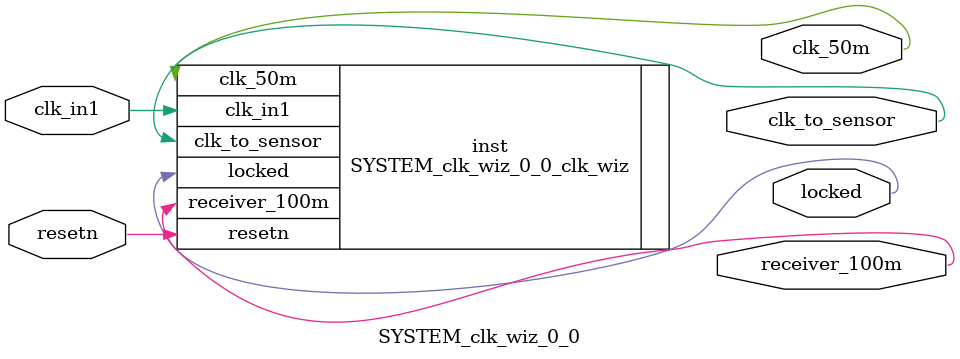
<source format=v>


`timescale 1ps/1ps

(* CORE_GENERATION_INFO = "SYSTEM_clk_wiz_0_0,clk_wiz_v5_4_3_0,{component_name=SYSTEM_clk_wiz_0_0,use_phase_alignment=true,use_min_o_jitter=false,use_max_i_jitter=false,use_dyn_phase_shift=false,use_inclk_switchover=false,use_dyn_reconfig=false,enable_axi=0,feedback_source=FDBK_AUTO,PRIMITIVE=PLL,num_out_clk=3,clkin1_period=10.000,clkin2_period=10.000,use_power_down=false,use_reset=true,use_locked=true,use_inclk_stopped=false,feedback_type=SINGLE,CLOCK_MGR_TYPE=NA,manual_override=false}" *)

module SYSTEM_clk_wiz_0_0 
 (
  // Clock out ports
  output        receiver_100m,
  output        clk_50m,
  output        clk_to_sensor,
  // Status and control signals
  input         resetn,
  output        locked,
 // Clock in ports
  input         clk_in1
 );

  SYSTEM_clk_wiz_0_0_clk_wiz inst
  (
  // Clock out ports  
  .receiver_100m(receiver_100m),
  .clk_50m(clk_50m),
  .clk_to_sensor(clk_to_sensor),
  // Status and control signals               
  .resetn(resetn), 
  .locked(locked),
 // Clock in ports
  .clk_in1(clk_in1)
  );

endmodule

</source>
